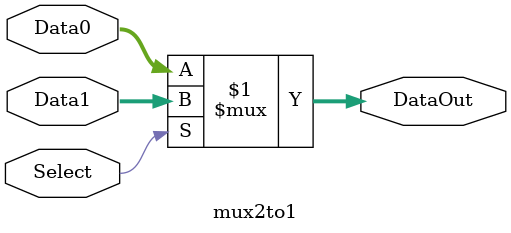
<source format=sv>
`timescale 1 ps / 100 fs
module mux2to1 #(parameter N=24)( DataOut, Data0, Data1, Select);
	output [N-1:0] DataOut;
	input [N-1:0] Data0, Data1;
	input Select;
	
	assign DataOut = (Select) ? Data1 : Data0;

endmodule
</source>
